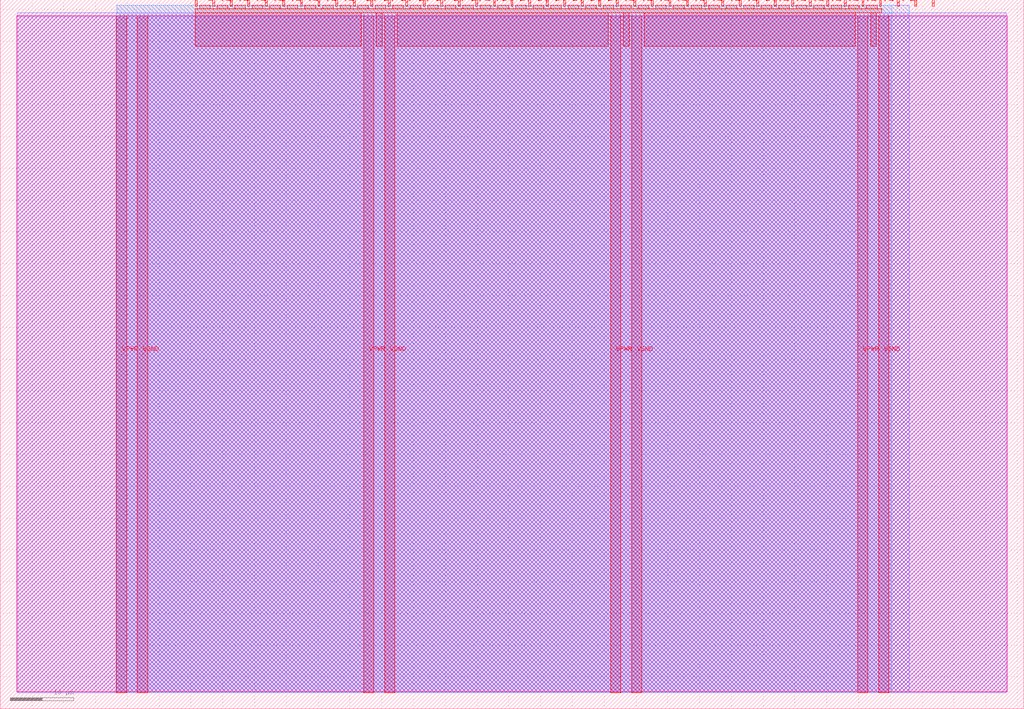
<source format=lef>
VERSION 5.7 ;
  NOWIREEXTENSIONATPIN ON ;
  DIVIDERCHAR "/" ;
  BUSBITCHARS "[]" ;
MACRO tt_um_pe_simonbju
  CLASS BLOCK ;
  FOREIGN tt_um_pe_simonbju ;
  ORIGIN 0.000 0.000 ;
  SIZE 161.000 BY 111.520 ;
  PIN VGND
    DIRECTION INOUT ;
    USE GROUND ;
    PORT
      LAYER met4 ;
        RECT 21.580 2.480 23.180 109.040 ;
    END
    PORT
      LAYER met4 ;
        RECT 60.450 2.480 62.050 109.040 ;
    END
    PORT
      LAYER met4 ;
        RECT 99.320 2.480 100.920 109.040 ;
    END
    PORT
      LAYER met4 ;
        RECT 138.190 2.480 139.790 109.040 ;
    END
  END VGND
  PIN VPWR
    DIRECTION INOUT ;
    USE POWER ;
    PORT
      LAYER met4 ;
        RECT 18.280 2.480 19.880 109.040 ;
    END
    PORT
      LAYER met4 ;
        RECT 57.150 2.480 58.750 109.040 ;
    END
    PORT
      LAYER met4 ;
        RECT 96.020 2.480 97.620 109.040 ;
    END
    PORT
      LAYER met4 ;
        RECT 134.890 2.480 136.490 109.040 ;
    END
  END VPWR
  PIN clk
    DIRECTION INPUT ;
    USE SIGNAL ;
    PORT
      LAYER met4 ;
        RECT 143.830 110.520 144.130 111.520 ;
    END
  END clk
  PIN ena
    DIRECTION INPUT ;
    USE SIGNAL ;
    PORT
      LAYER met4 ;
        RECT 146.590 110.520 146.890 111.520 ;
    END
  END ena
  PIN rst_n
    DIRECTION INPUT ;
    USE SIGNAL ;
    PORT
      LAYER met4 ;
        RECT 141.070 110.520 141.370 111.520 ;
    END
  END rst_n
  PIN ui_in[0]
    DIRECTION INPUT ;
    USE SIGNAL ;
    ANTENNAGATEAREA 0.126000 ;
    PORT
      LAYER met4 ;
        RECT 138.310 110.520 138.610 111.520 ;
    END
  END ui_in[0]
  PIN ui_in[1]
    DIRECTION INPUT ;
    USE SIGNAL ;
    ANTENNAGATEAREA 0.126000 ;
    PORT
      LAYER met4 ;
        RECT 135.550 110.520 135.850 111.520 ;
    END
  END ui_in[1]
  PIN ui_in[2]
    DIRECTION INPUT ;
    USE SIGNAL ;
    ANTENNAGATEAREA 0.126000 ;
    PORT
      LAYER met4 ;
        RECT 132.790 110.520 133.090 111.520 ;
    END
  END ui_in[2]
  PIN ui_in[3]
    DIRECTION INPUT ;
    USE SIGNAL ;
    ANTENNAGATEAREA 0.213000 ;
    PORT
      LAYER met4 ;
        RECT 130.030 110.520 130.330 111.520 ;
    END
  END ui_in[3]
  PIN ui_in[4]
    DIRECTION INPUT ;
    USE SIGNAL ;
    ANTENNAGATEAREA 0.213000 ;
    PORT
      LAYER met4 ;
        RECT 127.270 110.520 127.570 111.520 ;
    END
  END ui_in[4]
  PIN ui_in[5]
    DIRECTION INPUT ;
    USE SIGNAL ;
    ANTENNAGATEAREA 0.126000 ;
    PORT
      LAYER met4 ;
        RECT 124.510 110.520 124.810 111.520 ;
    END
  END ui_in[5]
  PIN ui_in[6]
    DIRECTION INPUT ;
    USE SIGNAL ;
    ANTENNAGATEAREA 0.196500 ;
    PORT
      LAYER met4 ;
        RECT 121.750 110.520 122.050 111.520 ;
    END
  END ui_in[6]
  PIN ui_in[7]
    DIRECTION INPUT ;
    USE SIGNAL ;
    ANTENNAGATEAREA 0.126000 ;
    PORT
      LAYER met4 ;
        RECT 118.990 110.520 119.290 111.520 ;
    END
  END ui_in[7]
  PIN uio_in[0]
    DIRECTION INPUT ;
    USE SIGNAL ;
    ANTENNAGATEAREA 0.213000 ;
    PORT
      LAYER met4 ;
        RECT 116.230 110.520 116.530 111.520 ;
    END
  END uio_in[0]
  PIN uio_in[1]
    DIRECTION INPUT ;
    USE SIGNAL ;
    ANTENNAGATEAREA 0.213000 ;
    PORT
      LAYER met4 ;
        RECT 113.470 110.520 113.770 111.520 ;
    END
  END uio_in[1]
  PIN uio_in[2]
    DIRECTION INPUT ;
    USE SIGNAL ;
    ANTENNAGATEAREA 0.159000 ;
    PORT
      LAYER met4 ;
        RECT 110.710 110.520 111.010 111.520 ;
    END
  END uio_in[2]
  PIN uio_in[3]
    DIRECTION INPUT ;
    USE SIGNAL ;
    PORT
      LAYER met4 ;
        RECT 107.950 110.520 108.250 111.520 ;
    END
  END uio_in[3]
  PIN uio_in[4]
    DIRECTION INPUT ;
    USE SIGNAL ;
    PORT
      LAYER met4 ;
        RECT 105.190 110.520 105.490 111.520 ;
    END
  END uio_in[4]
  PIN uio_in[5]
    DIRECTION INPUT ;
    USE SIGNAL ;
    PORT
      LAYER met4 ;
        RECT 102.430 110.520 102.730 111.520 ;
    END
  END uio_in[5]
  PIN uio_in[6]
    DIRECTION INPUT ;
    USE SIGNAL ;
    PORT
      LAYER met4 ;
        RECT 99.670 110.520 99.970 111.520 ;
    END
  END uio_in[6]
  PIN uio_in[7]
    DIRECTION INPUT ;
    USE SIGNAL ;
    PORT
      LAYER met4 ;
        RECT 96.910 110.520 97.210 111.520 ;
    END
  END uio_in[7]
  PIN uio_oe[0]
    DIRECTION OUTPUT ;
    USE SIGNAL ;
    PORT
      LAYER met4 ;
        RECT 49.990 110.520 50.290 111.520 ;
    END
  END uio_oe[0]
  PIN uio_oe[1]
    DIRECTION OUTPUT ;
    USE SIGNAL ;
    PORT
      LAYER met4 ;
        RECT 47.230 110.520 47.530 111.520 ;
    END
  END uio_oe[1]
  PIN uio_oe[2]
    DIRECTION OUTPUT ;
    USE SIGNAL ;
    PORT
      LAYER met4 ;
        RECT 44.470 110.520 44.770 111.520 ;
    END
  END uio_oe[2]
  PIN uio_oe[3]
    DIRECTION OUTPUT ;
    USE SIGNAL ;
    PORT
      LAYER met4 ;
        RECT 41.710 110.520 42.010 111.520 ;
    END
  END uio_oe[3]
  PIN uio_oe[4]
    DIRECTION OUTPUT ;
    USE SIGNAL ;
    PORT
      LAYER met4 ;
        RECT 38.950 110.520 39.250 111.520 ;
    END
  END uio_oe[4]
  PIN uio_oe[5]
    DIRECTION OUTPUT ;
    USE SIGNAL ;
    PORT
      LAYER met4 ;
        RECT 36.190 110.520 36.490 111.520 ;
    END
  END uio_oe[5]
  PIN uio_oe[6]
    DIRECTION OUTPUT ;
    USE SIGNAL ;
    PORT
      LAYER met4 ;
        RECT 33.430 110.520 33.730 111.520 ;
    END
  END uio_oe[6]
  PIN uio_oe[7]
    DIRECTION OUTPUT ;
    USE SIGNAL ;
    PORT
      LAYER met4 ;
        RECT 30.670 110.520 30.970 111.520 ;
    END
  END uio_oe[7]
  PIN uio_out[0]
    DIRECTION OUTPUT ;
    USE SIGNAL ;
    PORT
      LAYER met4 ;
        RECT 72.070 110.520 72.370 111.520 ;
    END
  END uio_out[0]
  PIN uio_out[1]
    DIRECTION OUTPUT ;
    USE SIGNAL ;
    PORT
      LAYER met4 ;
        RECT 69.310 110.520 69.610 111.520 ;
    END
  END uio_out[1]
  PIN uio_out[2]
    DIRECTION OUTPUT ;
    USE SIGNAL ;
    PORT
      LAYER met4 ;
        RECT 66.550 110.520 66.850 111.520 ;
    END
  END uio_out[2]
  PIN uio_out[3]
    DIRECTION OUTPUT ;
    USE SIGNAL ;
    PORT
      LAYER met4 ;
        RECT 63.790 110.520 64.090 111.520 ;
    END
  END uio_out[3]
  PIN uio_out[4]
    DIRECTION OUTPUT ;
    USE SIGNAL ;
    PORT
      LAYER met4 ;
        RECT 61.030 110.520 61.330 111.520 ;
    END
  END uio_out[4]
  PIN uio_out[5]
    DIRECTION OUTPUT ;
    USE SIGNAL ;
    PORT
      LAYER met4 ;
        RECT 58.270 110.520 58.570 111.520 ;
    END
  END uio_out[5]
  PIN uio_out[6]
    DIRECTION OUTPUT ;
    USE SIGNAL ;
    PORT
      LAYER met4 ;
        RECT 55.510 110.520 55.810 111.520 ;
    END
  END uio_out[6]
  PIN uio_out[7]
    DIRECTION OUTPUT ;
    USE SIGNAL ;
    PORT
      LAYER met4 ;
        RECT 52.750 110.520 53.050 111.520 ;
    END
  END uio_out[7]
  PIN uo_out[0]
    DIRECTION OUTPUT ;
    USE SIGNAL ;
    ANTENNADIFFAREA 0.904000 ;
    PORT
      LAYER met4 ;
        RECT 94.150 110.520 94.450 111.520 ;
    END
  END uo_out[0]
  PIN uo_out[1]
    DIRECTION OUTPUT ;
    USE SIGNAL ;
    ANTENNADIFFAREA 0.891000 ;
    PORT
      LAYER met4 ;
        RECT 91.390 110.520 91.690 111.520 ;
    END
  END uo_out[1]
  PIN uo_out[2]
    DIRECTION OUTPUT ;
    USE SIGNAL ;
    ANTENNADIFFAREA 0.452000 ;
    PORT
      LAYER met4 ;
        RECT 88.630 110.520 88.930 111.520 ;
    END
  END uo_out[2]
  PIN uo_out[3]
    DIRECTION OUTPUT ;
    USE SIGNAL ;
    ANTENNADIFFAREA 0.452000 ;
    PORT
      LAYER met4 ;
        RECT 85.870 110.520 86.170 111.520 ;
    END
  END uo_out[3]
  PIN uo_out[4]
    DIRECTION OUTPUT ;
    USE SIGNAL ;
    PORT
      LAYER met4 ;
        RECT 83.110 110.520 83.410 111.520 ;
    END
  END uo_out[4]
  PIN uo_out[5]
    DIRECTION OUTPUT ;
    USE SIGNAL ;
    PORT
      LAYER met4 ;
        RECT 80.350 110.520 80.650 111.520 ;
    END
  END uo_out[5]
  PIN uo_out[6]
    DIRECTION OUTPUT ;
    USE SIGNAL ;
    PORT
      LAYER met4 ;
        RECT 77.590 110.520 77.890 111.520 ;
    END
  END uo_out[6]
  PIN uo_out[7]
    DIRECTION OUTPUT ;
    USE SIGNAL ;
    PORT
      LAYER met4 ;
        RECT 74.830 110.520 75.130 111.520 ;
    END
  END uo_out[7]
  OBS
      LAYER nwell ;
        RECT 2.570 2.635 158.430 108.990 ;
      LAYER li1 ;
        RECT 2.760 2.635 158.240 108.885 ;
      LAYER met1 ;
        RECT 2.760 2.480 158.240 109.440 ;
      LAYER met2 ;
        RECT 18.310 2.535 142.960 110.685 ;
      LAYER met3 ;
        RECT 18.290 2.555 140.235 110.665 ;
      LAYER met4 ;
        RECT 31.370 110.120 33.030 110.665 ;
        RECT 34.130 110.120 35.790 110.665 ;
        RECT 36.890 110.120 38.550 110.665 ;
        RECT 39.650 110.120 41.310 110.665 ;
        RECT 42.410 110.120 44.070 110.665 ;
        RECT 45.170 110.120 46.830 110.665 ;
        RECT 47.930 110.120 49.590 110.665 ;
        RECT 50.690 110.120 52.350 110.665 ;
        RECT 53.450 110.120 55.110 110.665 ;
        RECT 56.210 110.120 57.870 110.665 ;
        RECT 58.970 110.120 60.630 110.665 ;
        RECT 61.730 110.120 63.390 110.665 ;
        RECT 64.490 110.120 66.150 110.665 ;
        RECT 67.250 110.120 68.910 110.665 ;
        RECT 70.010 110.120 71.670 110.665 ;
        RECT 72.770 110.120 74.430 110.665 ;
        RECT 75.530 110.120 77.190 110.665 ;
        RECT 78.290 110.120 79.950 110.665 ;
        RECT 81.050 110.120 82.710 110.665 ;
        RECT 83.810 110.120 85.470 110.665 ;
        RECT 86.570 110.120 88.230 110.665 ;
        RECT 89.330 110.120 90.990 110.665 ;
        RECT 92.090 110.120 93.750 110.665 ;
        RECT 94.850 110.120 96.510 110.665 ;
        RECT 97.610 110.120 99.270 110.665 ;
        RECT 100.370 110.120 102.030 110.665 ;
        RECT 103.130 110.120 104.790 110.665 ;
        RECT 105.890 110.120 107.550 110.665 ;
        RECT 108.650 110.120 110.310 110.665 ;
        RECT 111.410 110.120 113.070 110.665 ;
        RECT 114.170 110.120 115.830 110.665 ;
        RECT 116.930 110.120 118.590 110.665 ;
        RECT 119.690 110.120 121.350 110.665 ;
        RECT 122.450 110.120 124.110 110.665 ;
        RECT 125.210 110.120 126.870 110.665 ;
        RECT 127.970 110.120 129.630 110.665 ;
        RECT 130.730 110.120 132.390 110.665 ;
        RECT 133.490 110.120 135.150 110.665 ;
        RECT 136.250 110.120 137.910 110.665 ;
        RECT 30.655 109.440 138.625 110.120 ;
        RECT 30.655 104.215 56.750 109.440 ;
        RECT 59.150 104.215 60.050 109.440 ;
        RECT 62.450 104.215 95.620 109.440 ;
        RECT 98.020 104.215 98.920 109.440 ;
        RECT 101.320 104.215 134.490 109.440 ;
        RECT 136.890 104.215 137.790 109.440 ;
  END
END tt_um_pe_simonbju
END LIBRARY


</source>
